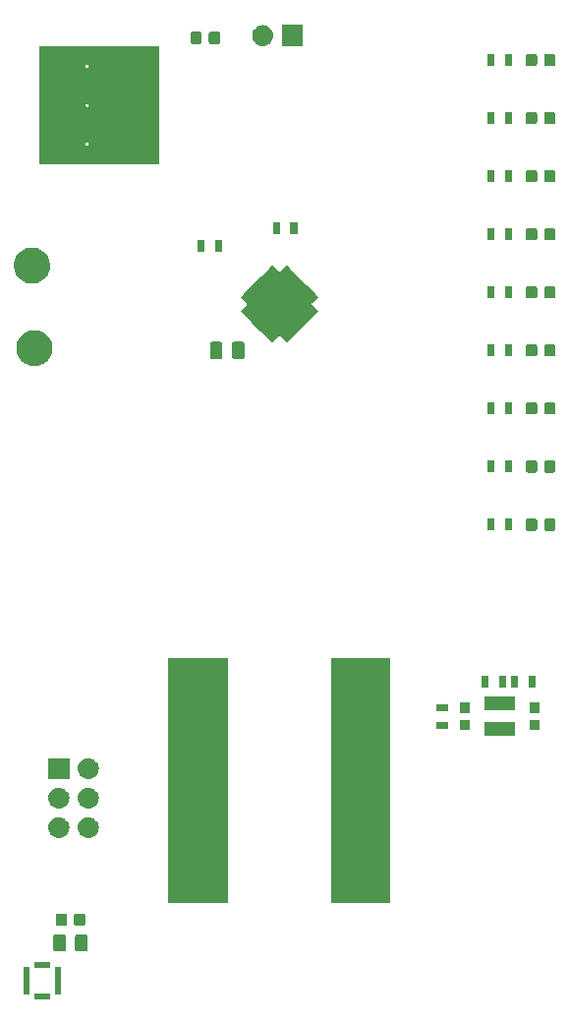
<source format=gbr>
G04 #@! TF.GenerationSoftware,KiCad,Pcbnew,5.0.2-bee76a0~70~ubuntu18.04.1*
G04 #@! TF.CreationDate,2019-03-04T23:14:44-05:00*
G04 #@! TF.ProjectId,BalancingBusinessCardLights,42616c61-6e63-4696-9e67-427573696e65,rev?*
G04 #@! TF.SameCoordinates,Original*
G04 #@! TF.FileFunction,Soldermask,Top*
G04 #@! TF.FilePolarity,Negative*
%FSLAX46Y46*%
G04 Gerber Fmt 4.6, Leading zero omitted, Abs format (unit mm)*
G04 Created by KiCad (PCBNEW 5.0.2-bee76a0~70~ubuntu18.04.1) date Mon 04 Mar 2019 11:14:44 PM EST*
%MOMM*%
%LPD*%
G01*
G04 APERTURE LIST*
%ADD10C,0.100000*%
G04 APERTURE END LIST*
D10*
G36*
X185753000Y-134830001D02*
X184397002Y-134830001D01*
X184397002Y-134372401D01*
X185753000Y-134372401D01*
X185753000Y-134830001D01*
X185753000Y-134830001D01*
G37*
G36*
X186650001Y-134433002D02*
X186192401Y-134433002D01*
X186192401Y-132077000D01*
X186650001Y-132077000D01*
X186650001Y-134433002D01*
X186650001Y-134433002D01*
G37*
G36*
X183957601Y-134433002D02*
X183500001Y-134433002D01*
X183500001Y-132077000D01*
X183957601Y-132077000D01*
X183957601Y-134433002D01*
X183957601Y-134433002D01*
G37*
G36*
X185753000Y-132137601D02*
X184397002Y-132137601D01*
X184397002Y-131680001D01*
X185753000Y-131680001D01*
X185753000Y-132137601D01*
X185753000Y-132137601D01*
G37*
G36*
X188809466Y-129253565D02*
X188848137Y-129265296D01*
X188883779Y-129284348D01*
X188915017Y-129309983D01*
X188940652Y-129341221D01*
X188959704Y-129376863D01*
X188971435Y-129415534D01*
X188976000Y-129461888D01*
X188976000Y-130538112D01*
X188971435Y-130584466D01*
X188959704Y-130623137D01*
X188940652Y-130658779D01*
X188915017Y-130690017D01*
X188883779Y-130715652D01*
X188848137Y-130734704D01*
X188809466Y-130746435D01*
X188763112Y-130751000D01*
X188111888Y-130751000D01*
X188065534Y-130746435D01*
X188026863Y-130734704D01*
X187991221Y-130715652D01*
X187959983Y-130690017D01*
X187934348Y-130658779D01*
X187915296Y-130623137D01*
X187903565Y-130584466D01*
X187899000Y-130538112D01*
X187899000Y-129461888D01*
X187903565Y-129415534D01*
X187915296Y-129376863D01*
X187934348Y-129341221D01*
X187959983Y-129309983D01*
X187991221Y-129284348D01*
X188026863Y-129265296D01*
X188065534Y-129253565D01*
X188111888Y-129249000D01*
X188763112Y-129249000D01*
X188809466Y-129253565D01*
X188809466Y-129253565D01*
G37*
G36*
X186934466Y-129253565D02*
X186973137Y-129265296D01*
X187008779Y-129284348D01*
X187040017Y-129309983D01*
X187065652Y-129341221D01*
X187084704Y-129376863D01*
X187096435Y-129415534D01*
X187101000Y-129461888D01*
X187101000Y-130538112D01*
X187096435Y-130584466D01*
X187084704Y-130623137D01*
X187065652Y-130658779D01*
X187040017Y-130690017D01*
X187008779Y-130715652D01*
X186973137Y-130734704D01*
X186934466Y-130746435D01*
X186888112Y-130751000D01*
X186236888Y-130751000D01*
X186190534Y-130746435D01*
X186151863Y-130734704D01*
X186116221Y-130715652D01*
X186084983Y-130690017D01*
X186059348Y-130658779D01*
X186040296Y-130623137D01*
X186028565Y-130584466D01*
X186024000Y-130538112D01*
X186024000Y-129461888D01*
X186028565Y-129415534D01*
X186040296Y-129376863D01*
X186059348Y-129341221D01*
X186084983Y-129309983D01*
X186116221Y-129284348D01*
X186151863Y-129265296D01*
X186190534Y-129253565D01*
X186236888Y-129249000D01*
X186888112Y-129249000D01*
X186934466Y-129253565D01*
X186934466Y-129253565D01*
G37*
G36*
X188629591Y-127478085D02*
X188663569Y-127488393D01*
X188694887Y-127505133D01*
X188722339Y-127527661D01*
X188744867Y-127555113D01*
X188761607Y-127586431D01*
X188771915Y-127620409D01*
X188776000Y-127661890D01*
X188776000Y-128338110D01*
X188771915Y-128379591D01*
X188761607Y-128413569D01*
X188744867Y-128444887D01*
X188722339Y-128472339D01*
X188694887Y-128494867D01*
X188663569Y-128511607D01*
X188629591Y-128521915D01*
X188588110Y-128526000D01*
X187986890Y-128526000D01*
X187945409Y-128521915D01*
X187911431Y-128511607D01*
X187880113Y-128494867D01*
X187852661Y-128472339D01*
X187830133Y-128444887D01*
X187813393Y-128413569D01*
X187803085Y-128379591D01*
X187799000Y-128338110D01*
X187799000Y-127661890D01*
X187803085Y-127620409D01*
X187813393Y-127586431D01*
X187830133Y-127555113D01*
X187852661Y-127527661D01*
X187880113Y-127505133D01*
X187911431Y-127488393D01*
X187945409Y-127478085D01*
X187986890Y-127474000D01*
X188588110Y-127474000D01*
X188629591Y-127478085D01*
X188629591Y-127478085D01*
G37*
G36*
X187054591Y-127478085D02*
X187088569Y-127488393D01*
X187119887Y-127505133D01*
X187147339Y-127527661D01*
X187169867Y-127555113D01*
X187186607Y-127586431D01*
X187196915Y-127620409D01*
X187201000Y-127661890D01*
X187201000Y-128338110D01*
X187196915Y-128379591D01*
X187186607Y-128413569D01*
X187169867Y-128444887D01*
X187147339Y-128472339D01*
X187119887Y-128494867D01*
X187088569Y-128511607D01*
X187054591Y-128521915D01*
X187013110Y-128526000D01*
X186411890Y-128526000D01*
X186370409Y-128521915D01*
X186336431Y-128511607D01*
X186305113Y-128494867D01*
X186277661Y-128472339D01*
X186255133Y-128444887D01*
X186238393Y-128413569D01*
X186228085Y-128379591D01*
X186224000Y-128338110D01*
X186224000Y-127661890D01*
X186228085Y-127620409D01*
X186238393Y-127586431D01*
X186255133Y-127555113D01*
X186277661Y-127527661D01*
X186305113Y-127505133D01*
X186336431Y-127488393D01*
X186370409Y-127478085D01*
X186411890Y-127474000D01*
X187013110Y-127474000D01*
X187054591Y-127478085D01*
X187054591Y-127478085D01*
G37*
G36*
X201051000Y-126551000D02*
X195949000Y-126551000D01*
X195949000Y-105449000D01*
X201051000Y-105449000D01*
X201051000Y-126551000D01*
X201051000Y-126551000D01*
G37*
G36*
X215051000Y-126551000D02*
X209949000Y-126551000D01*
X209949000Y-105449000D01*
X215051000Y-105449000D01*
X215051000Y-126551000D01*
X215051000Y-126551000D01*
G37*
G36*
X186610443Y-119185519D02*
X186676627Y-119192037D01*
X186789853Y-119226384D01*
X186846467Y-119243557D01*
X186985087Y-119317652D01*
X187002991Y-119327222D01*
X187038729Y-119356552D01*
X187140186Y-119439814D01*
X187223448Y-119541271D01*
X187252778Y-119577009D01*
X187252779Y-119577011D01*
X187336443Y-119733533D01*
X187336443Y-119733534D01*
X187387963Y-119903373D01*
X187405359Y-120080000D01*
X187387963Y-120256627D01*
X187353616Y-120369853D01*
X187336443Y-120426467D01*
X187262348Y-120565087D01*
X187252778Y-120582991D01*
X187223448Y-120618729D01*
X187140186Y-120720186D01*
X187038729Y-120803448D01*
X187002991Y-120832778D01*
X187002989Y-120832779D01*
X186846467Y-120916443D01*
X186789853Y-120933616D01*
X186676627Y-120967963D01*
X186610443Y-120974481D01*
X186544260Y-120981000D01*
X186455740Y-120981000D01*
X186389557Y-120974481D01*
X186323373Y-120967963D01*
X186210147Y-120933616D01*
X186153533Y-120916443D01*
X185997011Y-120832779D01*
X185997009Y-120832778D01*
X185961271Y-120803448D01*
X185859814Y-120720186D01*
X185776552Y-120618729D01*
X185747222Y-120582991D01*
X185737652Y-120565087D01*
X185663557Y-120426467D01*
X185646384Y-120369853D01*
X185612037Y-120256627D01*
X185594641Y-120080000D01*
X185612037Y-119903373D01*
X185663557Y-119733534D01*
X185663557Y-119733533D01*
X185747221Y-119577011D01*
X185747222Y-119577009D01*
X185776552Y-119541271D01*
X185859814Y-119439814D01*
X185961271Y-119356552D01*
X185997009Y-119327222D01*
X186014913Y-119317652D01*
X186153533Y-119243557D01*
X186210147Y-119226384D01*
X186323373Y-119192037D01*
X186389557Y-119185519D01*
X186455740Y-119179000D01*
X186544260Y-119179000D01*
X186610443Y-119185519D01*
X186610443Y-119185519D01*
G37*
G36*
X189150443Y-119185519D02*
X189216627Y-119192037D01*
X189329853Y-119226384D01*
X189386467Y-119243557D01*
X189525087Y-119317652D01*
X189542991Y-119327222D01*
X189578729Y-119356552D01*
X189680186Y-119439814D01*
X189763448Y-119541271D01*
X189792778Y-119577009D01*
X189792779Y-119577011D01*
X189876443Y-119733533D01*
X189876443Y-119733534D01*
X189927963Y-119903373D01*
X189945359Y-120080000D01*
X189927963Y-120256627D01*
X189893616Y-120369853D01*
X189876443Y-120426467D01*
X189802348Y-120565087D01*
X189792778Y-120582991D01*
X189763448Y-120618729D01*
X189680186Y-120720186D01*
X189578729Y-120803448D01*
X189542991Y-120832778D01*
X189542989Y-120832779D01*
X189386467Y-120916443D01*
X189329853Y-120933616D01*
X189216627Y-120967963D01*
X189150443Y-120974481D01*
X189084260Y-120981000D01*
X188995740Y-120981000D01*
X188929557Y-120974481D01*
X188863373Y-120967963D01*
X188750147Y-120933616D01*
X188693533Y-120916443D01*
X188537011Y-120832779D01*
X188537009Y-120832778D01*
X188501271Y-120803448D01*
X188399814Y-120720186D01*
X188316552Y-120618729D01*
X188287222Y-120582991D01*
X188277652Y-120565087D01*
X188203557Y-120426467D01*
X188186384Y-120369853D01*
X188152037Y-120256627D01*
X188134641Y-120080000D01*
X188152037Y-119903373D01*
X188203557Y-119733534D01*
X188203557Y-119733533D01*
X188287221Y-119577011D01*
X188287222Y-119577009D01*
X188316552Y-119541271D01*
X188399814Y-119439814D01*
X188501271Y-119356552D01*
X188537009Y-119327222D01*
X188554913Y-119317652D01*
X188693533Y-119243557D01*
X188750147Y-119226384D01*
X188863373Y-119192037D01*
X188929557Y-119185519D01*
X188995740Y-119179000D01*
X189084260Y-119179000D01*
X189150443Y-119185519D01*
X189150443Y-119185519D01*
G37*
G36*
X186610442Y-116645518D02*
X186676627Y-116652037D01*
X186789853Y-116686384D01*
X186846467Y-116703557D01*
X186985087Y-116777652D01*
X187002991Y-116787222D01*
X187038729Y-116816552D01*
X187140186Y-116899814D01*
X187223448Y-117001271D01*
X187252778Y-117037009D01*
X187252779Y-117037011D01*
X187336443Y-117193533D01*
X187336443Y-117193534D01*
X187387963Y-117363373D01*
X187405359Y-117540000D01*
X187387963Y-117716627D01*
X187353616Y-117829853D01*
X187336443Y-117886467D01*
X187262348Y-118025087D01*
X187252778Y-118042991D01*
X187223448Y-118078729D01*
X187140186Y-118180186D01*
X187038729Y-118263448D01*
X187002991Y-118292778D01*
X187002989Y-118292779D01*
X186846467Y-118376443D01*
X186789853Y-118393616D01*
X186676627Y-118427963D01*
X186610442Y-118434482D01*
X186544260Y-118441000D01*
X186455740Y-118441000D01*
X186389558Y-118434482D01*
X186323373Y-118427963D01*
X186210147Y-118393616D01*
X186153533Y-118376443D01*
X185997011Y-118292779D01*
X185997009Y-118292778D01*
X185961271Y-118263448D01*
X185859814Y-118180186D01*
X185776552Y-118078729D01*
X185747222Y-118042991D01*
X185737652Y-118025087D01*
X185663557Y-117886467D01*
X185646384Y-117829853D01*
X185612037Y-117716627D01*
X185594641Y-117540000D01*
X185612037Y-117363373D01*
X185663557Y-117193534D01*
X185663557Y-117193533D01*
X185747221Y-117037011D01*
X185747222Y-117037009D01*
X185776552Y-117001271D01*
X185859814Y-116899814D01*
X185961271Y-116816552D01*
X185997009Y-116787222D01*
X186014913Y-116777652D01*
X186153533Y-116703557D01*
X186210147Y-116686384D01*
X186323373Y-116652037D01*
X186389558Y-116645518D01*
X186455740Y-116639000D01*
X186544260Y-116639000D01*
X186610442Y-116645518D01*
X186610442Y-116645518D01*
G37*
G36*
X189150442Y-116645518D02*
X189216627Y-116652037D01*
X189329853Y-116686384D01*
X189386467Y-116703557D01*
X189525087Y-116777652D01*
X189542991Y-116787222D01*
X189578729Y-116816552D01*
X189680186Y-116899814D01*
X189763448Y-117001271D01*
X189792778Y-117037009D01*
X189792779Y-117037011D01*
X189876443Y-117193533D01*
X189876443Y-117193534D01*
X189927963Y-117363373D01*
X189945359Y-117540000D01*
X189927963Y-117716627D01*
X189893616Y-117829853D01*
X189876443Y-117886467D01*
X189802348Y-118025087D01*
X189792778Y-118042991D01*
X189763448Y-118078729D01*
X189680186Y-118180186D01*
X189578729Y-118263448D01*
X189542991Y-118292778D01*
X189542989Y-118292779D01*
X189386467Y-118376443D01*
X189329853Y-118393616D01*
X189216627Y-118427963D01*
X189150442Y-118434482D01*
X189084260Y-118441000D01*
X188995740Y-118441000D01*
X188929558Y-118434482D01*
X188863373Y-118427963D01*
X188750147Y-118393616D01*
X188693533Y-118376443D01*
X188537011Y-118292779D01*
X188537009Y-118292778D01*
X188501271Y-118263448D01*
X188399814Y-118180186D01*
X188316552Y-118078729D01*
X188287222Y-118042991D01*
X188277652Y-118025087D01*
X188203557Y-117886467D01*
X188186384Y-117829853D01*
X188152037Y-117716627D01*
X188134641Y-117540000D01*
X188152037Y-117363373D01*
X188203557Y-117193534D01*
X188203557Y-117193533D01*
X188287221Y-117037011D01*
X188287222Y-117037009D01*
X188316552Y-117001271D01*
X188399814Y-116899814D01*
X188501271Y-116816552D01*
X188537009Y-116787222D01*
X188554913Y-116777652D01*
X188693533Y-116703557D01*
X188750147Y-116686384D01*
X188863373Y-116652037D01*
X188929558Y-116645518D01*
X188995740Y-116639000D01*
X189084260Y-116639000D01*
X189150442Y-116645518D01*
X189150442Y-116645518D01*
G37*
G36*
X187401000Y-115901000D02*
X185599000Y-115901000D01*
X185599000Y-114099000D01*
X187401000Y-114099000D01*
X187401000Y-115901000D01*
X187401000Y-115901000D01*
G37*
G36*
X189150443Y-114105519D02*
X189216627Y-114112037D01*
X189329853Y-114146384D01*
X189386467Y-114163557D01*
X189525087Y-114237652D01*
X189542991Y-114247222D01*
X189578729Y-114276552D01*
X189680186Y-114359814D01*
X189763448Y-114461271D01*
X189792778Y-114497009D01*
X189792779Y-114497011D01*
X189876443Y-114653533D01*
X189876443Y-114653534D01*
X189927963Y-114823373D01*
X189945359Y-115000000D01*
X189927963Y-115176627D01*
X189893616Y-115289853D01*
X189876443Y-115346467D01*
X189802348Y-115485087D01*
X189792778Y-115502991D01*
X189763448Y-115538729D01*
X189680186Y-115640186D01*
X189578729Y-115723448D01*
X189542991Y-115752778D01*
X189542989Y-115752779D01*
X189386467Y-115836443D01*
X189329853Y-115853616D01*
X189216627Y-115887963D01*
X189150443Y-115894481D01*
X189084260Y-115901000D01*
X188995740Y-115901000D01*
X188929557Y-115894481D01*
X188863373Y-115887963D01*
X188750147Y-115853616D01*
X188693533Y-115836443D01*
X188537011Y-115752779D01*
X188537009Y-115752778D01*
X188501271Y-115723448D01*
X188399814Y-115640186D01*
X188316552Y-115538729D01*
X188287222Y-115502991D01*
X188277652Y-115485087D01*
X188203557Y-115346467D01*
X188186384Y-115289853D01*
X188152037Y-115176627D01*
X188134641Y-115000000D01*
X188152037Y-114823373D01*
X188203557Y-114653534D01*
X188203557Y-114653533D01*
X188287221Y-114497011D01*
X188287222Y-114497009D01*
X188316552Y-114461271D01*
X188399814Y-114359814D01*
X188501271Y-114276552D01*
X188537009Y-114247222D01*
X188554913Y-114237652D01*
X188693533Y-114163557D01*
X188750147Y-114146384D01*
X188863373Y-114112037D01*
X188929557Y-114105519D01*
X188995740Y-114099000D01*
X189084260Y-114099000D01*
X189150443Y-114105519D01*
X189150443Y-114105519D01*
G37*
G36*
X225826000Y-112181000D02*
X223174000Y-112181000D01*
X223174000Y-111019000D01*
X225826000Y-111019000D01*
X225826000Y-112181000D01*
X225826000Y-112181000D01*
G37*
G36*
X221926000Y-111701000D02*
X221074000Y-111701000D01*
X221074000Y-110799000D01*
X221926000Y-110799000D01*
X221926000Y-111701000D01*
X221926000Y-111701000D01*
G37*
G36*
X227926000Y-111701000D02*
X227074000Y-111701000D01*
X227074000Y-110799000D01*
X227926000Y-110799000D01*
X227926000Y-111701000D01*
X227926000Y-111701000D01*
G37*
G36*
X220001000Y-111551000D02*
X218999000Y-111551000D01*
X218999000Y-110949000D01*
X220001000Y-110949000D01*
X220001000Y-111551000D01*
X220001000Y-111551000D01*
G37*
G36*
X221926000Y-110201000D02*
X221074000Y-110201000D01*
X221074000Y-109299000D01*
X221926000Y-109299000D01*
X221926000Y-110201000D01*
X221926000Y-110201000D01*
G37*
G36*
X227926000Y-110201000D02*
X227074000Y-110201000D01*
X227074000Y-109299000D01*
X227926000Y-109299000D01*
X227926000Y-110201000D01*
X227926000Y-110201000D01*
G37*
G36*
X220001000Y-110051000D02*
X218999000Y-110051000D01*
X218999000Y-109449000D01*
X220001000Y-109449000D01*
X220001000Y-110051000D01*
X220001000Y-110051000D01*
G37*
G36*
X225826000Y-109981000D02*
X223174000Y-109981000D01*
X223174000Y-108819000D01*
X225826000Y-108819000D01*
X225826000Y-109981000D01*
X225826000Y-109981000D01*
G37*
G36*
X226051000Y-108001000D02*
X225449000Y-108001000D01*
X225449000Y-106999000D01*
X226051000Y-106999000D01*
X226051000Y-108001000D01*
X226051000Y-108001000D01*
G37*
G36*
X225051000Y-108001000D02*
X224449000Y-108001000D01*
X224449000Y-106999000D01*
X225051000Y-106999000D01*
X225051000Y-108001000D01*
X225051000Y-108001000D01*
G37*
G36*
X223551000Y-108001000D02*
X222949000Y-108001000D01*
X222949000Y-106999000D01*
X223551000Y-106999000D01*
X223551000Y-108001000D01*
X223551000Y-108001000D01*
G37*
G36*
X227551000Y-108001000D02*
X226949000Y-108001000D01*
X226949000Y-106999000D01*
X227551000Y-106999000D01*
X227551000Y-108001000D01*
X227551000Y-108001000D01*
G37*
G36*
X229129591Y-93478085D02*
X229163569Y-93488393D01*
X229194887Y-93505133D01*
X229222339Y-93527661D01*
X229244867Y-93555113D01*
X229261607Y-93586431D01*
X229271915Y-93620409D01*
X229276000Y-93661890D01*
X229276000Y-94338110D01*
X229271915Y-94379591D01*
X229261607Y-94413569D01*
X229244867Y-94444887D01*
X229222339Y-94472339D01*
X229194887Y-94494867D01*
X229163569Y-94511607D01*
X229129591Y-94521915D01*
X229088110Y-94526000D01*
X228486890Y-94526000D01*
X228445409Y-94521915D01*
X228411431Y-94511607D01*
X228380113Y-94494867D01*
X228352661Y-94472339D01*
X228330133Y-94444887D01*
X228313393Y-94413569D01*
X228303085Y-94379591D01*
X228299000Y-94338110D01*
X228299000Y-93661890D01*
X228303085Y-93620409D01*
X228313393Y-93586431D01*
X228330133Y-93555113D01*
X228352661Y-93527661D01*
X228380113Y-93505133D01*
X228411431Y-93488393D01*
X228445409Y-93478085D01*
X228486890Y-93474000D01*
X229088110Y-93474000D01*
X229129591Y-93478085D01*
X229129591Y-93478085D01*
G37*
G36*
X227554591Y-93478085D02*
X227588569Y-93488393D01*
X227619887Y-93505133D01*
X227647339Y-93527661D01*
X227669867Y-93555113D01*
X227686607Y-93586431D01*
X227696915Y-93620409D01*
X227701000Y-93661890D01*
X227701000Y-94338110D01*
X227696915Y-94379591D01*
X227686607Y-94413569D01*
X227669867Y-94444887D01*
X227647339Y-94472339D01*
X227619887Y-94494867D01*
X227588569Y-94511607D01*
X227554591Y-94521915D01*
X227513110Y-94526000D01*
X226911890Y-94526000D01*
X226870409Y-94521915D01*
X226836431Y-94511607D01*
X226805113Y-94494867D01*
X226777661Y-94472339D01*
X226755133Y-94444887D01*
X226738393Y-94413569D01*
X226728085Y-94379591D01*
X226724000Y-94338110D01*
X226724000Y-93661890D01*
X226728085Y-93620409D01*
X226738393Y-93586431D01*
X226755133Y-93555113D01*
X226777661Y-93527661D01*
X226805113Y-93505133D01*
X226836431Y-93488393D01*
X226870409Y-93478085D01*
X226911890Y-93474000D01*
X227513110Y-93474000D01*
X227554591Y-93478085D01*
X227554591Y-93478085D01*
G37*
G36*
X225551000Y-94501000D02*
X224949000Y-94501000D01*
X224949000Y-93499000D01*
X225551000Y-93499000D01*
X225551000Y-94501000D01*
X225551000Y-94501000D01*
G37*
G36*
X224051000Y-94501000D02*
X223449000Y-94501000D01*
X223449000Y-93499000D01*
X224051000Y-93499000D01*
X224051000Y-94501000D01*
X224051000Y-94501000D01*
G37*
G36*
X229129591Y-88478085D02*
X229163569Y-88488393D01*
X229194887Y-88505133D01*
X229222339Y-88527661D01*
X229244867Y-88555113D01*
X229261607Y-88586431D01*
X229271915Y-88620409D01*
X229276000Y-88661890D01*
X229276000Y-89338110D01*
X229271915Y-89379591D01*
X229261607Y-89413569D01*
X229244867Y-89444887D01*
X229222339Y-89472339D01*
X229194887Y-89494867D01*
X229163569Y-89511607D01*
X229129591Y-89521915D01*
X229088110Y-89526000D01*
X228486890Y-89526000D01*
X228445409Y-89521915D01*
X228411431Y-89511607D01*
X228380113Y-89494867D01*
X228352661Y-89472339D01*
X228330133Y-89444887D01*
X228313393Y-89413569D01*
X228303085Y-89379591D01*
X228299000Y-89338110D01*
X228299000Y-88661890D01*
X228303085Y-88620409D01*
X228313393Y-88586431D01*
X228330133Y-88555113D01*
X228352661Y-88527661D01*
X228380113Y-88505133D01*
X228411431Y-88488393D01*
X228445409Y-88478085D01*
X228486890Y-88474000D01*
X229088110Y-88474000D01*
X229129591Y-88478085D01*
X229129591Y-88478085D01*
G37*
G36*
X227554591Y-88478085D02*
X227588569Y-88488393D01*
X227619887Y-88505133D01*
X227647339Y-88527661D01*
X227669867Y-88555113D01*
X227686607Y-88586431D01*
X227696915Y-88620409D01*
X227701000Y-88661890D01*
X227701000Y-89338110D01*
X227696915Y-89379591D01*
X227686607Y-89413569D01*
X227669867Y-89444887D01*
X227647339Y-89472339D01*
X227619887Y-89494867D01*
X227588569Y-89511607D01*
X227554591Y-89521915D01*
X227513110Y-89526000D01*
X226911890Y-89526000D01*
X226870409Y-89521915D01*
X226836431Y-89511607D01*
X226805113Y-89494867D01*
X226777661Y-89472339D01*
X226755133Y-89444887D01*
X226738393Y-89413569D01*
X226728085Y-89379591D01*
X226724000Y-89338110D01*
X226724000Y-88661890D01*
X226728085Y-88620409D01*
X226738393Y-88586431D01*
X226755133Y-88555113D01*
X226777661Y-88527661D01*
X226805113Y-88505133D01*
X226836431Y-88488393D01*
X226870409Y-88478085D01*
X226911890Y-88474000D01*
X227513110Y-88474000D01*
X227554591Y-88478085D01*
X227554591Y-88478085D01*
G37*
G36*
X224051000Y-89501000D02*
X223449000Y-89501000D01*
X223449000Y-88499000D01*
X224051000Y-88499000D01*
X224051000Y-89501000D01*
X224051000Y-89501000D01*
G37*
G36*
X225551000Y-89501000D02*
X224949000Y-89501000D01*
X224949000Y-88499000D01*
X225551000Y-88499000D01*
X225551000Y-89501000D01*
X225551000Y-89501000D01*
G37*
G36*
X227554591Y-83478085D02*
X227588569Y-83488393D01*
X227619887Y-83505133D01*
X227647339Y-83527661D01*
X227669867Y-83555113D01*
X227686607Y-83586431D01*
X227696915Y-83620409D01*
X227701000Y-83661890D01*
X227701000Y-84338110D01*
X227696915Y-84379591D01*
X227686607Y-84413569D01*
X227669867Y-84444887D01*
X227647339Y-84472339D01*
X227619887Y-84494867D01*
X227588569Y-84511607D01*
X227554591Y-84521915D01*
X227513110Y-84526000D01*
X226911890Y-84526000D01*
X226870409Y-84521915D01*
X226836431Y-84511607D01*
X226805113Y-84494867D01*
X226777661Y-84472339D01*
X226755133Y-84444887D01*
X226738393Y-84413569D01*
X226728085Y-84379591D01*
X226724000Y-84338110D01*
X226724000Y-83661890D01*
X226728085Y-83620409D01*
X226738393Y-83586431D01*
X226755133Y-83555113D01*
X226777661Y-83527661D01*
X226805113Y-83505133D01*
X226836431Y-83488393D01*
X226870409Y-83478085D01*
X226911890Y-83474000D01*
X227513110Y-83474000D01*
X227554591Y-83478085D01*
X227554591Y-83478085D01*
G37*
G36*
X229129591Y-83478085D02*
X229163569Y-83488393D01*
X229194887Y-83505133D01*
X229222339Y-83527661D01*
X229244867Y-83555113D01*
X229261607Y-83586431D01*
X229271915Y-83620409D01*
X229276000Y-83661890D01*
X229276000Y-84338110D01*
X229271915Y-84379591D01*
X229261607Y-84413569D01*
X229244867Y-84444887D01*
X229222339Y-84472339D01*
X229194887Y-84494867D01*
X229163569Y-84511607D01*
X229129591Y-84521915D01*
X229088110Y-84526000D01*
X228486890Y-84526000D01*
X228445409Y-84521915D01*
X228411431Y-84511607D01*
X228380113Y-84494867D01*
X228352661Y-84472339D01*
X228330133Y-84444887D01*
X228313393Y-84413569D01*
X228303085Y-84379591D01*
X228299000Y-84338110D01*
X228299000Y-83661890D01*
X228303085Y-83620409D01*
X228313393Y-83586431D01*
X228330133Y-83555113D01*
X228352661Y-83527661D01*
X228380113Y-83505133D01*
X228411431Y-83488393D01*
X228445409Y-83478085D01*
X228486890Y-83474000D01*
X229088110Y-83474000D01*
X229129591Y-83478085D01*
X229129591Y-83478085D01*
G37*
G36*
X225551000Y-84501000D02*
X224949000Y-84501000D01*
X224949000Y-83499000D01*
X225551000Y-83499000D01*
X225551000Y-84501000D01*
X225551000Y-84501000D01*
G37*
G36*
X224051000Y-84501000D02*
X223449000Y-84501000D01*
X223449000Y-83499000D01*
X224051000Y-83499000D01*
X224051000Y-84501000D01*
X224051000Y-84501000D01*
G37*
G36*
X184717828Y-77281834D02*
X184852410Y-77308604D01*
X185134674Y-77425521D01*
X185388705Y-77595259D01*
X185604741Y-77811295D01*
X185774479Y-78065326D01*
X185889285Y-78342494D01*
X185891396Y-78347591D01*
X185946533Y-78624780D01*
X185951000Y-78647240D01*
X185951000Y-78952760D01*
X185891396Y-79252410D01*
X185774479Y-79534674D01*
X185604741Y-79788705D01*
X185388705Y-80004741D01*
X185134674Y-80174479D01*
X184852410Y-80291396D01*
X184752527Y-80311264D01*
X184552762Y-80351000D01*
X184247238Y-80351000D01*
X184047473Y-80311264D01*
X183947590Y-80291396D01*
X183665326Y-80174479D01*
X183411295Y-80004741D01*
X183195259Y-79788705D01*
X183025521Y-79534674D01*
X182908604Y-79252410D01*
X182849000Y-78952760D01*
X182849000Y-78647240D01*
X182853468Y-78624780D01*
X182908604Y-78347591D01*
X182910715Y-78342494D01*
X183025521Y-78065326D01*
X183195259Y-77811295D01*
X183411295Y-77595259D01*
X183665326Y-77425521D01*
X183947590Y-77308604D01*
X184082172Y-77281834D01*
X184247238Y-77249000D01*
X184552762Y-77249000D01*
X184717828Y-77281834D01*
X184717828Y-77281834D01*
G37*
G36*
X200434466Y-78253565D02*
X200473137Y-78265296D01*
X200508779Y-78284348D01*
X200540017Y-78309983D01*
X200565652Y-78341221D01*
X200584704Y-78376863D01*
X200596435Y-78415534D01*
X200601000Y-78461888D01*
X200601000Y-79538112D01*
X200596435Y-79584466D01*
X200584704Y-79623137D01*
X200565652Y-79658779D01*
X200540017Y-79690017D01*
X200508779Y-79715652D01*
X200473137Y-79734704D01*
X200434466Y-79746435D01*
X200388112Y-79751000D01*
X199736888Y-79751000D01*
X199690534Y-79746435D01*
X199651863Y-79734704D01*
X199616221Y-79715652D01*
X199584983Y-79690017D01*
X199559348Y-79658779D01*
X199540296Y-79623137D01*
X199528565Y-79584466D01*
X199524000Y-79538112D01*
X199524000Y-78461888D01*
X199528565Y-78415534D01*
X199540296Y-78376863D01*
X199559348Y-78341221D01*
X199584983Y-78309983D01*
X199616221Y-78284348D01*
X199651863Y-78265296D01*
X199690534Y-78253565D01*
X199736888Y-78249000D01*
X200388112Y-78249000D01*
X200434466Y-78253565D01*
X200434466Y-78253565D01*
G37*
G36*
X202309466Y-78253565D02*
X202348137Y-78265296D01*
X202383779Y-78284348D01*
X202415017Y-78309983D01*
X202440652Y-78341221D01*
X202459704Y-78376863D01*
X202471435Y-78415534D01*
X202476000Y-78461888D01*
X202476000Y-79538112D01*
X202471435Y-79584466D01*
X202459704Y-79623137D01*
X202440652Y-79658779D01*
X202415017Y-79690017D01*
X202383779Y-79715652D01*
X202348137Y-79734704D01*
X202309466Y-79746435D01*
X202263112Y-79751000D01*
X201611888Y-79751000D01*
X201565534Y-79746435D01*
X201526863Y-79734704D01*
X201491221Y-79715652D01*
X201459983Y-79690017D01*
X201434348Y-79658779D01*
X201415296Y-79623137D01*
X201403565Y-79584466D01*
X201399000Y-79538112D01*
X201399000Y-78461888D01*
X201403565Y-78415534D01*
X201415296Y-78376863D01*
X201434348Y-78341221D01*
X201459983Y-78309983D01*
X201491221Y-78284348D01*
X201526863Y-78265296D01*
X201565534Y-78253565D01*
X201611888Y-78249000D01*
X202263112Y-78249000D01*
X202309466Y-78253565D01*
X202309466Y-78253565D01*
G37*
G36*
X229129591Y-78478085D02*
X229163569Y-78488393D01*
X229194887Y-78505133D01*
X229222339Y-78527661D01*
X229244867Y-78555113D01*
X229261607Y-78586431D01*
X229271915Y-78620409D01*
X229276000Y-78661890D01*
X229276000Y-79338110D01*
X229271915Y-79379591D01*
X229261607Y-79413569D01*
X229244867Y-79444887D01*
X229222339Y-79472339D01*
X229194887Y-79494867D01*
X229163569Y-79511607D01*
X229129591Y-79521915D01*
X229088110Y-79526000D01*
X228486890Y-79526000D01*
X228445409Y-79521915D01*
X228411431Y-79511607D01*
X228380113Y-79494867D01*
X228352661Y-79472339D01*
X228330133Y-79444887D01*
X228313393Y-79413569D01*
X228303085Y-79379591D01*
X228299000Y-79338110D01*
X228299000Y-78661890D01*
X228303085Y-78620409D01*
X228313393Y-78586431D01*
X228330133Y-78555113D01*
X228352661Y-78527661D01*
X228380113Y-78505133D01*
X228411431Y-78488393D01*
X228445409Y-78478085D01*
X228486890Y-78474000D01*
X229088110Y-78474000D01*
X229129591Y-78478085D01*
X229129591Y-78478085D01*
G37*
G36*
X227554591Y-78478085D02*
X227588569Y-78488393D01*
X227619887Y-78505133D01*
X227647339Y-78527661D01*
X227669867Y-78555113D01*
X227686607Y-78586431D01*
X227696915Y-78620409D01*
X227701000Y-78661890D01*
X227701000Y-79338110D01*
X227696915Y-79379591D01*
X227686607Y-79413569D01*
X227669867Y-79444887D01*
X227647339Y-79472339D01*
X227619887Y-79494867D01*
X227588569Y-79511607D01*
X227554591Y-79521915D01*
X227513110Y-79526000D01*
X226911890Y-79526000D01*
X226870409Y-79521915D01*
X226836431Y-79511607D01*
X226805113Y-79494867D01*
X226777661Y-79472339D01*
X226755133Y-79444887D01*
X226738393Y-79413569D01*
X226728085Y-79379591D01*
X226724000Y-79338110D01*
X226724000Y-78661890D01*
X226728085Y-78620409D01*
X226738393Y-78586431D01*
X226755133Y-78555113D01*
X226777661Y-78527661D01*
X226805113Y-78505133D01*
X226836431Y-78488393D01*
X226870409Y-78478085D01*
X226911890Y-78474000D01*
X227513110Y-78474000D01*
X227554591Y-78478085D01*
X227554591Y-78478085D01*
G37*
G36*
X224051000Y-79501000D02*
X223449000Y-79501000D01*
X223449000Y-78499000D01*
X224051000Y-78499000D01*
X224051000Y-79501000D01*
X224051000Y-79501000D01*
G37*
G36*
X225551000Y-79501000D02*
X224949000Y-79501000D01*
X224949000Y-78499000D01*
X225551000Y-78499000D01*
X225551000Y-79501000D01*
X225551000Y-79501000D01*
G37*
G36*
X206383884Y-71922672D02*
X206383890Y-71922677D01*
X206809557Y-72348344D01*
X206809562Y-72348350D01*
X207090991Y-72629779D01*
X207090997Y-72629784D01*
X207870217Y-73409004D01*
X207870222Y-73409010D01*
X208151651Y-73690439D01*
X208151657Y-73690444D01*
X208577324Y-74116111D01*
X208577329Y-74116117D01*
X208842494Y-74381282D01*
X208312164Y-74911612D01*
X208296618Y-74930554D01*
X208285067Y-74952165D01*
X208277954Y-74975614D01*
X208275552Y-75000000D01*
X208277954Y-75024386D01*
X208285067Y-75047835D01*
X208296618Y-75069446D01*
X208312164Y-75088388D01*
X208842494Y-75618718D01*
X208577329Y-75883884D01*
X206383884Y-78077329D01*
X206118718Y-78342494D01*
X205588388Y-77812164D01*
X205569446Y-77796618D01*
X205547835Y-77785067D01*
X205524386Y-77777954D01*
X205500000Y-77775552D01*
X205475614Y-77777954D01*
X205452165Y-77785067D01*
X205430554Y-77796618D01*
X205411612Y-77812164D01*
X204881282Y-78342494D01*
X204616117Y-78077329D01*
X204616111Y-78077324D01*
X204190444Y-77651657D01*
X204190439Y-77651651D01*
X203909010Y-77370222D01*
X203909004Y-77370217D01*
X203129784Y-76590997D01*
X203129779Y-76590991D01*
X202848350Y-76309562D01*
X202848344Y-76309557D01*
X202422677Y-75883890D01*
X202422672Y-75883884D01*
X202157506Y-75618718D01*
X202687836Y-75088388D01*
X202703382Y-75069446D01*
X202714933Y-75047835D01*
X202722046Y-75024386D01*
X202724448Y-75000000D01*
X202722046Y-74975614D01*
X202714933Y-74952165D01*
X202703382Y-74930554D01*
X202687836Y-74911612D01*
X202157506Y-74381282D01*
X202406408Y-74132380D01*
X202422672Y-74116117D01*
X202422681Y-74116106D01*
X202848339Y-73690448D01*
X202848350Y-73690439D01*
X202864614Y-73674176D01*
X202864613Y-73674175D01*
X203113515Y-73425273D01*
X203113516Y-73425274D01*
X203129779Y-73409010D01*
X203129788Y-73408999D01*
X203908999Y-72629788D01*
X203909010Y-72629779D01*
X203925274Y-72613516D01*
X203925273Y-72613515D01*
X204174175Y-72364613D01*
X204174176Y-72364614D01*
X204190439Y-72348350D01*
X204190448Y-72348339D01*
X204616106Y-71922681D01*
X204616117Y-71922672D01*
X204632380Y-71906408D01*
X204881282Y-71657506D01*
X205411612Y-72187836D01*
X205430554Y-72203382D01*
X205452165Y-72214933D01*
X205475614Y-72222046D01*
X205500000Y-72224448D01*
X205524386Y-72222046D01*
X205547835Y-72214933D01*
X205569446Y-72203382D01*
X205588388Y-72187836D01*
X206118718Y-71657506D01*
X206383884Y-71922672D01*
X206383884Y-71922672D01*
G37*
G36*
X227554591Y-73478085D02*
X227588569Y-73488393D01*
X227619887Y-73505133D01*
X227647339Y-73527661D01*
X227669867Y-73555113D01*
X227686607Y-73586431D01*
X227696915Y-73620409D01*
X227701000Y-73661890D01*
X227701000Y-74338110D01*
X227696915Y-74379591D01*
X227686607Y-74413569D01*
X227669867Y-74444887D01*
X227647339Y-74472339D01*
X227619887Y-74494867D01*
X227588569Y-74511607D01*
X227554591Y-74521915D01*
X227513110Y-74526000D01*
X226911890Y-74526000D01*
X226870409Y-74521915D01*
X226836431Y-74511607D01*
X226805113Y-74494867D01*
X226777661Y-74472339D01*
X226755133Y-74444887D01*
X226738393Y-74413569D01*
X226728085Y-74379591D01*
X226724000Y-74338110D01*
X226724000Y-73661890D01*
X226728085Y-73620409D01*
X226738393Y-73586431D01*
X226755133Y-73555113D01*
X226777661Y-73527661D01*
X226805113Y-73505133D01*
X226836431Y-73488393D01*
X226870409Y-73478085D01*
X226911890Y-73474000D01*
X227513110Y-73474000D01*
X227554591Y-73478085D01*
X227554591Y-73478085D01*
G37*
G36*
X229129591Y-73478085D02*
X229163569Y-73488393D01*
X229194887Y-73505133D01*
X229222339Y-73527661D01*
X229244867Y-73555113D01*
X229261607Y-73586431D01*
X229271915Y-73620409D01*
X229276000Y-73661890D01*
X229276000Y-74338110D01*
X229271915Y-74379591D01*
X229261607Y-74413569D01*
X229244867Y-74444887D01*
X229222339Y-74472339D01*
X229194887Y-74494867D01*
X229163569Y-74511607D01*
X229129591Y-74521915D01*
X229088110Y-74526000D01*
X228486890Y-74526000D01*
X228445409Y-74521915D01*
X228411431Y-74511607D01*
X228380113Y-74494867D01*
X228352661Y-74472339D01*
X228330133Y-74444887D01*
X228313393Y-74413569D01*
X228303085Y-74379591D01*
X228299000Y-74338110D01*
X228299000Y-73661890D01*
X228303085Y-73620409D01*
X228313393Y-73586431D01*
X228330133Y-73555113D01*
X228352661Y-73527661D01*
X228380113Y-73505133D01*
X228411431Y-73488393D01*
X228445409Y-73478085D01*
X228486890Y-73474000D01*
X229088110Y-73474000D01*
X229129591Y-73478085D01*
X229129591Y-73478085D01*
G37*
G36*
X224051000Y-74501000D02*
X223449000Y-74501000D01*
X223449000Y-73499000D01*
X224051000Y-73499000D01*
X224051000Y-74501000D01*
X224051000Y-74501000D01*
G37*
G36*
X225551000Y-74501000D02*
X224949000Y-74501000D01*
X224949000Y-73499000D01*
X225551000Y-73499000D01*
X225551000Y-74501000D01*
X225551000Y-74501000D01*
G37*
G36*
X184552527Y-70188736D02*
X184652410Y-70208604D01*
X184934674Y-70325521D01*
X185188705Y-70495259D01*
X185404741Y-70711295D01*
X185574479Y-70965326D01*
X185691396Y-71247590D01*
X185691396Y-71247591D01*
X185751000Y-71547238D01*
X185751000Y-71852762D01*
X185711264Y-72052527D01*
X185691396Y-72152410D01*
X185574479Y-72434674D01*
X185404741Y-72688705D01*
X185188705Y-72904741D01*
X184934674Y-73074479D01*
X184652410Y-73191396D01*
X184552527Y-73211264D01*
X184352762Y-73251000D01*
X184047238Y-73251000D01*
X183847473Y-73211264D01*
X183747590Y-73191396D01*
X183465326Y-73074479D01*
X183211295Y-72904741D01*
X182995259Y-72688705D01*
X182825521Y-72434674D01*
X182708604Y-72152410D01*
X182688736Y-72052527D01*
X182649000Y-71852762D01*
X182649000Y-71547238D01*
X182708604Y-71247591D01*
X182708604Y-71247590D01*
X182825521Y-70965326D01*
X182995259Y-70711295D01*
X183211295Y-70495259D01*
X183465326Y-70325521D01*
X183747590Y-70208604D01*
X183847473Y-70188736D01*
X184047238Y-70149000D01*
X184352762Y-70149000D01*
X184552527Y-70188736D01*
X184552527Y-70188736D01*
G37*
G36*
X199051000Y-70501000D02*
X198449000Y-70501000D01*
X198449000Y-69499000D01*
X199051000Y-69499000D01*
X199051000Y-70501000D01*
X199051000Y-70501000D01*
G37*
G36*
X200551000Y-70501000D02*
X199949000Y-70501000D01*
X199949000Y-69499000D01*
X200551000Y-69499000D01*
X200551000Y-70501000D01*
X200551000Y-70501000D01*
G37*
G36*
X227554591Y-68478085D02*
X227588569Y-68488393D01*
X227619887Y-68505133D01*
X227647339Y-68527661D01*
X227669867Y-68555113D01*
X227686607Y-68586431D01*
X227696915Y-68620409D01*
X227701000Y-68661890D01*
X227701000Y-69338110D01*
X227696915Y-69379591D01*
X227686607Y-69413569D01*
X227669867Y-69444887D01*
X227647339Y-69472339D01*
X227619887Y-69494867D01*
X227588569Y-69511607D01*
X227554591Y-69521915D01*
X227513110Y-69526000D01*
X226911890Y-69526000D01*
X226870409Y-69521915D01*
X226836431Y-69511607D01*
X226805113Y-69494867D01*
X226777661Y-69472339D01*
X226755133Y-69444887D01*
X226738393Y-69413569D01*
X226728085Y-69379591D01*
X226724000Y-69338110D01*
X226724000Y-68661890D01*
X226728085Y-68620409D01*
X226738393Y-68586431D01*
X226755133Y-68555113D01*
X226777661Y-68527661D01*
X226805113Y-68505133D01*
X226836431Y-68488393D01*
X226870409Y-68478085D01*
X226911890Y-68474000D01*
X227513110Y-68474000D01*
X227554591Y-68478085D01*
X227554591Y-68478085D01*
G37*
G36*
X229129591Y-68478085D02*
X229163569Y-68488393D01*
X229194887Y-68505133D01*
X229222339Y-68527661D01*
X229244867Y-68555113D01*
X229261607Y-68586431D01*
X229271915Y-68620409D01*
X229276000Y-68661890D01*
X229276000Y-69338110D01*
X229271915Y-69379591D01*
X229261607Y-69413569D01*
X229244867Y-69444887D01*
X229222339Y-69472339D01*
X229194887Y-69494867D01*
X229163569Y-69511607D01*
X229129591Y-69521915D01*
X229088110Y-69526000D01*
X228486890Y-69526000D01*
X228445409Y-69521915D01*
X228411431Y-69511607D01*
X228380113Y-69494867D01*
X228352661Y-69472339D01*
X228330133Y-69444887D01*
X228313393Y-69413569D01*
X228303085Y-69379591D01*
X228299000Y-69338110D01*
X228299000Y-68661890D01*
X228303085Y-68620409D01*
X228313393Y-68586431D01*
X228330133Y-68555113D01*
X228352661Y-68527661D01*
X228380113Y-68505133D01*
X228411431Y-68488393D01*
X228445409Y-68478085D01*
X228486890Y-68474000D01*
X229088110Y-68474000D01*
X229129591Y-68478085D01*
X229129591Y-68478085D01*
G37*
G36*
X224051000Y-69501000D02*
X223449000Y-69501000D01*
X223449000Y-68499000D01*
X224051000Y-68499000D01*
X224051000Y-69501000D01*
X224051000Y-69501000D01*
G37*
G36*
X225551000Y-69501000D02*
X224949000Y-69501000D01*
X224949000Y-68499000D01*
X225551000Y-68499000D01*
X225551000Y-69501000D01*
X225551000Y-69501000D01*
G37*
G36*
X205551000Y-69001000D02*
X204949000Y-69001000D01*
X204949000Y-67999000D01*
X205551000Y-67999000D01*
X205551000Y-69001000D01*
X205551000Y-69001000D01*
G37*
G36*
X207051000Y-69001000D02*
X206449000Y-69001000D01*
X206449000Y-67999000D01*
X207051000Y-67999000D01*
X207051000Y-69001000D01*
X207051000Y-69001000D01*
G37*
G36*
X229129591Y-63478085D02*
X229163569Y-63488393D01*
X229194887Y-63505133D01*
X229222339Y-63527661D01*
X229244867Y-63555113D01*
X229261607Y-63586431D01*
X229271915Y-63620409D01*
X229276000Y-63661890D01*
X229276000Y-64338110D01*
X229271915Y-64379591D01*
X229261607Y-64413569D01*
X229244867Y-64444887D01*
X229222339Y-64472339D01*
X229194887Y-64494867D01*
X229163569Y-64511607D01*
X229129591Y-64521915D01*
X229088110Y-64526000D01*
X228486890Y-64526000D01*
X228445409Y-64521915D01*
X228411431Y-64511607D01*
X228380113Y-64494867D01*
X228352661Y-64472339D01*
X228330133Y-64444887D01*
X228313393Y-64413569D01*
X228303085Y-64379591D01*
X228299000Y-64338110D01*
X228299000Y-63661890D01*
X228303085Y-63620409D01*
X228313393Y-63586431D01*
X228330133Y-63555113D01*
X228352661Y-63527661D01*
X228380113Y-63505133D01*
X228411431Y-63488393D01*
X228445409Y-63478085D01*
X228486890Y-63474000D01*
X229088110Y-63474000D01*
X229129591Y-63478085D01*
X229129591Y-63478085D01*
G37*
G36*
X227554591Y-63478085D02*
X227588569Y-63488393D01*
X227619887Y-63505133D01*
X227647339Y-63527661D01*
X227669867Y-63555113D01*
X227686607Y-63586431D01*
X227696915Y-63620409D01*
X227701000Y-63661890D01*
X227701000Y-64338110D01*
X227696915Y-64379591D01*
X227686607Y-64413569D01*
X227669867Y-64444887D01*
X227647339Y-64472339D01*
X227619887Y-64494867D01*
X227588569Y-64511607D01*
X227554591Y-64521915D01*
X227513110Y-64526000D01*
X226911890Y-64526000D01*
X226870409Y-64521915D01*
X226836431Y-64511607D01*
X226805113Y-64494867D01*
X226777661Y-64472339D01*
X226755133Y-64444887D01*
X226738393Y-64413569D01*
X226728085Y-64379591D01*
X226724000Y-64338110D01*
X226724000Y-63661890D01*
X226728085Y-63620409D01*
X226738393Y-63586431D01*
X226755133Y-63555113D01*
X226777661Y-63527661D01*
X226805113Y-63505133D01*
X226836431Y-63488393D01*
X226870409Y-63478085D01*
X226911890Y-63474000D01*
X227513110Y-63474000D01*
X227554591Y-63478085D01*
X227554591Y-63478085D01*
G37*
G36*
X225551000Y-64501000D02*
X224949000Y-64501000D01*
X224949000Y-63499000D01*
X225551000Y-63499000D01*
X225551000Y-64501000D01*
X225551000Y-64501000D01*
G37*
G36*
X224051000Y-64501000D02*
X223449000Y-64501000D01*
X223449000Y-63499000D01*
X224051000Y-63499000D01*
X224051000Y-64501000D01*
X224051000Y-64501000D01*
G37*
G36*
X191422066Y-52793447D02*
X191437612Y-52812389D01*
X191456554Y-52827935D01*
X191478165Y-52839486D01*
X191501614Y-52846599D01*
X191526000Y-52849001D01*
X195151000Y-52849001D01*
X195151000Y-62950999D01*
X191526000Y-62950999D01*
X191501614Y-62953401D01*
X191478165Y-62960514D01*
X191456554Y-62972065D01*
X191437612Y-62987611D01*
X191422066Y-63006553D01*
X191418124Y-63013928D01*
X191401000Y-63001244D01*
X191366316Y-62975552D01*
X191345294Y-62962969D01*
X191322217Y-62954727D01*
X191291916Y-62950999D01*
X184799000Y-62950999D01*
X184799000Y-61239393D01*
X188770832Y-61239393D01*
X188774413Y-61263634D01*
X188782655Y-61286711D01*
X188795240Y-61307736D01*
X188811686Y-61325902D01*
X188821275Y-61333771D01*
X188838963Y-61346874D01*
X188849599Y-61354752D01*
X188870625Y-61367337D01*
X188893702Y-61375578D01*
X188917943Y-61379159D01*
X188942417Y-61377942D01*
X188966183Y-61371973D01*
X188988328Y-61361483D01*
X189008002Y-61346874D01*
X189024446Y-61328707D01*
X189037031Y-61307681D01*
X189045272Y-61284604D01*
X189049000Y-61254306D01*
X189049000Y-61212359D01*
X189046598Y-61187973D01*
X189039485Y-61164524D01*
X189027934Y-61142913D01*
X189012388Y-61123971D01*
X188993446Y-61108425D01*
X188971835Y-61096874D01*
X188948386Y-61089761D01*
X188924000Y-61087359D01*
X188899614Y-61089761D01*
X188876165Y-61096874D01*
X188849597Y-61111914D01*
X188821282Y-61132888D01*
X188803116Y-61149334D01*
X188788507Y-61169007D01*
X188778017Y-61191152D01*
X188772049Y-61214919D01*
X188770832Y-61239393D01*
X184799000Y-61239393D01*
X184799000Y-57906060D01*
X188770832Y-57906060D01*
X188774413Y-57930301D01*
X188782655Y-57953378D01*
X188795240Y-57974403D01*
X188811686Y-57992569D01*
X188821275Y-58000438D01*
X188838963Y-58013541D01*
X188849599Y-58021419D01*
X188870625Y-58034004D01*
X188893702Y-58042245D01*
X188917943Y-58045826D01*
X188942417Y-58044609D01*
X188966183Y-58038640D01*
X188988328Y-58028150D01*
X189008002Y-58013541D01*
X189024446Y-57995374D01*
X189037031Y-57974348D01*
X189045272Y-57951271D01*
X189049000Y-57920973D01*
X189049000Y-57879026D01*
X189046598Y-57854640D01*
X189039485Y-57831191D01*
X189027934Y-57809580D01*
X189012388Y-57790638D01*
X188993446Y-57775092D01*
X188971835Y-57763541D01*
X188948386Y-57756428D01*
X188924000Y-57754026D01*
X188899614Y-57756428D01*
X188876165Y-57763541D01*
X188849597Y-57778581D01*
X188821282Y-57799555D01*
X188803116Y-57816001D01*
X188788507Y-57835674D01*
X188778017Y-57857819D01*
X188772049Y-57881586D01*
X188770832Y-57906060D01*
X184799000Y-57906060D01*
X184799000Y-54572727D01*
X188770832Y-54572727D01*
X188774413Y-54596968D01*
X188782655Y-54620045D01*
X188795240Y-54641070D01*
X188811686Y-54659236D01*
X188821275Y-54667105D01*
X188838963Y-54680208D01*
X188849599Y-54688086D01*
X188870625Y-54700671D01*
X188893702Y-54708912D01*
X188917943Y-54712493D01*
X188942417Y-54711276D01*
X188966183Y-54705307D01*
X188988328Y-54694817D01*
X189008002Y-54680208D01*
X189024446Y-54662041D01*
X189037031Y-54641015D01*
X189045272Y-54617938D01*
X189049000Y-54587640D01*
X189049000Y-54545693D01*
X189046598Y-54521307D01*
X189039485Y-54497858D01*
X189027934Y-54476247D01*
X189012388Y-54457305D01*
X188993446Y-54441759D01*
X188971835Y-54430208D01*
X188948386Y-54423095D01*
X188924000Y-54420693D01*
X188899614Y-54423095D01*
X188876165Y-54430208D01*
X188849598Y-54445248D01*
X188837160Y-54454461D01*
X188821282Y-54466222D01*
X188803116Y-54482668D01*
X188788507Y-54502341D01*
X188778017Y-54524486D01*
X188772049Y-54548253D01*
X188770832Y-54572727D01*
X184799000Y-54572727D01*
X184799000Y-52849001D01*
X185816717Y-52849001D01*
X185816727Y-52849000D01*
X191291918Y-52849000D01*
X191316304Y-52846598D01*
X191339753Y-52839485D01*
X191366316Y-52824448D01*
X191401000Y-52798756D01*
X191401000Y-52798757D01*
X191418124Y-52786072D01*
X191422066Y-52793447D01*
X191422066Y-52793447D01*
G37*
G36*
X229129591Y-58478085D02*
X229163569Y-58488393D01*
X229194887Y-58505133D01*
X229222339Y-58527661D01*
X229244867Y-58555113D01*
X229261607Y-58586431D01*
X229271915Y-58620409D01*
X229276000Y-58661890D01*
X229276000Y-59338110D01*
X229271915Y-59379591D01*
X229261607Y-59413569D01*
X229244867Y-59444887D01*
X229222339Y-59472339D01*
X229194887Y-59494867D01*
X229163569Y-59511607D01*
X229129591Y-59521915D01*
X229088110Y-59526000D01*
X228486890Y-59526000D01*
X228445409Y-59521915D01*
X228411431Y-59511607D01*
X228380113Y-59494867D01*
X228352661Y-59472339D01*
X228330133Y-59444887D01*
X228313393Y-59413569D01*
X228303085Y-59379591D01*
X228299000Y-59338110D01*
X228299000Y-58661890D01*
X228303085Y-58620409D01*
X228313393Y-58586431D01*
X228330133Y-58555113D01*
X228352661Y-58527661D01*
X228380113Y-58505133D01*
X228411431Y-58488393D01*
X228445409Y-58478085D01*
X228486890Y-58474000D01*
X229088110Y-58474000D01*
X229129591Y-58478085D01*
X229129591Y-58478085D01*
G37*
G36*
X227554591Y-58478085D02*
X227588569Y-58488393D01*
X227619887Y-58505133D01*
X227647339Y-58527661D01*
X227669867Y-58555113D01*
X227686607Y-58586431D01*
X227696915Y-58620409D01*
X227701000Y-58661890D01*
X227701000Y-59338110D01*
X227696915Y-59379591D01*
X227686607Y-59413569D01*
X227669867Y-59444887D01*
X227647339Y-59472339D01*
X227619887Y-59494867D01*
X227588569Y-59511607D01*
X227554591Y-59521915D01*
X227513110Y-59526000D01*
X226911890Y-59526000D01*
X226870409Y-59521915D01*
X226836431Y-59511607D01*
X226805113Y-59494867D01*
X226777661Y-59472339D01*
X226755133Y-59444887D01*
X226738393Y-59413569D01*
X226728085Y-59379591D01*
X226724000Y-59338110D01*
X226724000Y-58661890D01*
X226728085Y-58620409D01*
X226738393Y-58586431D01*
X226755133Y-58555113D01*
X226777661Y-58527661D01*
X226805113Y-58505133D01*
X226836431Y-58488393D01*
X226870409Y-58478085D01*
X226911890Y-58474000D01*
X227513110Y-58474000D01*
X227554591Y-58478085D01*
X227554591Y-58478085D01*
G37*
G36*
X225551000Y-59501000D02*
X224949000Y-59501000D01*
X224949000Y-58499000D01*
X225551000Y-58499000D01*
X225551000Y-59501000D01*
X225551000Y-59501000D01*
G37*
G36*
X224051000Y-59501000D02*
X223449000Y-59501000D01*
X223449000Y-58499000D01*
X224051000Y-58499000D01*
X224051000Y-59501000D01*
X224051000Y-59501000D01*
G37*
G36*
X229129591Y-53478085D02*
X229163569Y-53488393D01*
X229194887Y-53505133D01*
X229222339Y-53527661D01*
X229244867Y-53555113D01*
X229261607Y-53586431D01*
X229271915Y-53620409D01*
X229276000Y-53661890D01*
X229276000Y-54338110D01*
X229271915Y-54379591D01*
X229261607Y-54413569D01*
X229244867Y-54444887D01*
X229222339Y-54472339D01*
X229194887Y-54494867D01*
X229163569Y-54511607D01*
X229129591Y-54521915D01*
X229088110Y-54526000D01*
X228486890Y-54526000D01*
X228445409Y-54521915D01*
X228411431Y-54511607D01*
X228380113Y-54494867D01*
X228352661Y-54472339D01*
X228330133Y-54444887D01*
X228313393Y-54413569D01*
X228303085Y-54379591D01*
X228299000Y-54338110D01*
X228299000Y-53661890D01*
X228303085Y-53620409D01*
X228313393Y-53586431D01*
X228330133Y-53555113D01*
X228352661Y-53527661D01*
X228380113Y-53505133D01*
X228411431Y-53488393D01*
X228445409Y-53478085D01*
X228486890Y-53474000D01*
X229088110Y-53474000D01*
X229129591Y-53478085D01*
X229129591Y-53478085D01*
G37*
G36*
X227554591Y-53478085D02*
X227588569Y-53488393D01*
X227619887Y-53505133D01*
X227647339Y-53527661D01*
X227669867Y-53555113D01*
X227686607Y-53586431D01*
X227696915Y-53620409D01*
X227701000Y-53661890D01*
X227701000Y-54338110D01*
X227696915Y-54379591D01*
X227686607Y-54413569D01*
X227669867Y-54444887D01*
X227647339Y-54472339D01*
X227619887Y-54494867D01*
X227588569Y-54511607D01*
X227554591Y-54521915D01*
X227513110Y-54526000D01*
X226911890Y-54526000D01*
X226870409Y-54521915D01*
X226836431Y-54511607D01*
X226805113Y-54494867D01*
X226777661Y-54472339D01*
X226755133Y-54444887D01*
X226738393Y-54413569D01*
X226728085Y-54379591D01*
X226724000Y-54338110D01*
X226724000Y-53661890D01*
X226728085Y-53620409D01*
X226738393Y-53586431D01*
X226755133Y-53555113D01*
X226777661Y-53527661D01*
X226805113Y-53505133D01*
X226836431Y-53488393D01*
X226870409Y-53478085D01*
X226911890Y-53474000D01*
X227513110Y-53474000D01*
X227554591Y-53478085D01*
X227554591Y-53478085D01*
G37*
G36*
X225551000Y-54501000D02*
X224949000Y-54501000D01*
X224949000Y-53499000D01*
X225551000Y-53499000D01*
X225551000Y-54501000D01*
X225551000Y-54501000D01*
G37*
G36*
X224051000Y-54501000D02*
X223449000Y-54501000D01*
X223449000Y-53499000D01*
X224051000Y-53499000D01*
X224051000Y-54501000D01*
X224051000Y-54501000D01*
G37*
G36*
X204170442Y-51005518D02*
X204236627Y-51012037D01*
X204349853Y-51046384D01*
X204406467Y-51063557D01*
X204545087Y-51137652D01*
X204562991Y-51147222D01*
X204598729Y-51176552D01*
X204700186Y-51259814D01*
X204783448Y-51361271D01*
X204812778Y-51397009D01*
X204812779Y-51397011D01*
X204896443Y-51553533D01*
X204904075Y-51578693D01*
X204947963Y-51723373D01*
X204965359Y-51900000D01*
X204947963Y-52076627D01*
X204913616Y-52189853D01*
X204896443Y-52246467D01*
X204824132Y-52381750D01*
X204812778Y-52402991D01*
X204791104Y-52429401D01*
X204700186Y-52540186D01*
X204613158Y-52611607D01*
X204562991Y-52652778D01*
X204562989Y-52652779D01*
X204406467Y-52736443D01*
X204349853Y-52753616D01*
X204236627Y-52787963D01*
X204180946Y-52793447D01*
X204104260Y-52801000D01*
X204015740Y-52801000D01*
X203939054Y-52793447D01*
X203883373Y-52787963D01*
X203770147Y-52753616D01*
X203713533Y-52736443D01*
X203557011Y-52652779D01*
X203557009Y-52652778D01*
X203506842Y-52611607D01*
X203419814Y-52540186D01*
X203328896Y-52429401D01*
X203307222Y-52402991D01*
X203295868Y-52381750D01*
X203223557Y-52246467D01*
X203206384Y-52189853D01*
X203172037Y-52076627D01*
X203154641Y-51900000D01*
X203172037Y-51723373D01*
X203215925Y-51578693D01*
X203223557Y-51553533D01*
X203307221Y-51397011D01*
X203307222Y-51397009D01*
X203336552Y-51361271D01*
X203419814Y-51259814D01*
X203521271Y-51176552D01*
X203557009Y-51147222D01*
X203574913Y-51137652D01*
X203713533Y-51063557D01*
X203770147Y-51046384D01*
X203883373Y-51012037D01*
X203949557Y-51005519D01*
X204015740Y-50999000D01*
X204104260Y-50999000D01*
X204170442Y-51005518D01*
X204170442Y-51005518D01*
G37*
G36*
X207501000Y-52801000D02*
X205699000Y-52801000D01*
X205699000Y-50999000D01*
X207501000Y-50999000D01*
X207501000Y-52801000D01*
X207501000Y-52801000D01*
G37*
G36*
X200242091Y-51578085D02*
X200276069Y-51588393D01*
X200307387Y-51605133D01*
X200334839Y-51627661D01*
X200357367Y-51655113D01*
X200374107Y-51686431D01*
X200384415Y-51720409D01*
X200388500Y-51761890D01*
X200388500Y-52438110D01*
X200384415Y-52479591D01*
X200374107Y-52513569D01*
X200357367Y-52544887D01*
X200334839Y-52572339D01*
X200307387Y-52594867D01*
X200276069Y-52611607D01*
X200242091Y-52621915D01*
X200200610Y-52626000D01*
X199599390Y-52626000D01*
X199557909Y-52621915D01*
X199523931Y-52611607D01*
X199492613Y-52594867D01*
X199465161Y-52572339D01*
X199442633Y-52544887D01*
X199425893Y-52513569D01*
X199415585Y-52479591D01*
X199411500Y-52438110D01*
X199411500Y-51761890D01*
X199415585Y-51720409D01*
X199425893Y-51686431D01*
X199442633Y-51655113D01*
X199465161Y-51627661D01*
X199492613Y-51605133D01*
X199523931Y-51588393D01*
X199557909Y-51578085D01*
X199599390Y-51574000D01*
X200200610Y-51574000D01*
X200242091Y-51578085D01*
X200242091Y-51578085D01*
G37*
G36*
X198667091Y-51578085D02*
X198701069Y-51588393D01*
X198732387Y-51605133D01*
X198759839Y-51627661D01*
X198782367Y-51655113D01*
X198799107Y-51686431D01*
X198809415Y-51720409D01*
X198813500Y-51761890D01*
X198813500Y-52438110D01*
X198809415Y-52479591D01*
X198799107Y-52513569D01*
X198782367Y-52544887D01*
X198759839Y-52572339D01*
X198732387Y-52594867D01*
X198701069Y-52611607D01*
X198667091Y-52621915D01*
X198625610Y-52626000D01*
X198024390Y-52626000D01*
X197982909Y-52621915D01*
X197948931Y-52611607D01*
X197917613Y-52594867D01*
X197890161Y-52572339D01*
X197867633Y-52544887D01*
X197850893Y-52513569D01*
X197840585Y-52479591D01*
X197836500Y-52438110D01*
X197836500Y-51761890D01*
X197840585Y-51720409D01*
X197850893Y-51686431D01*
X197867633Y-51655113D01*
X197890161Y-51627661D01*
X197917613Y-51605133D01*
X197948931Y-51588393D01*
X197982909Y-51578085D01*
X198024390Y-51574000D01*
X198625610Y-51574000D01*
X198667091Y-51578085D01*
X198667091Y-51578085D01*
G37*
M02*

</source>
